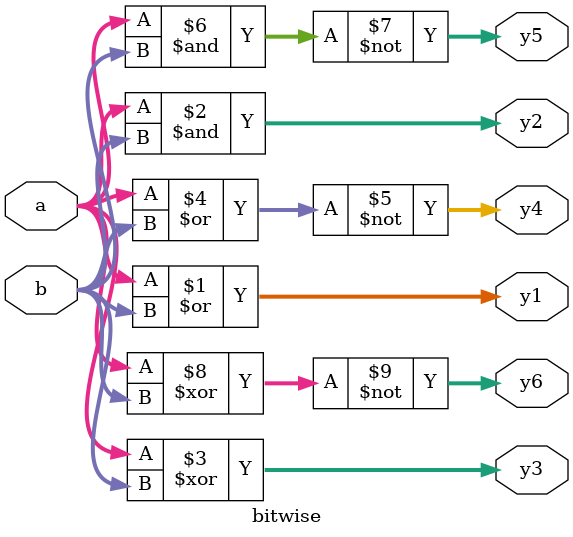
<source format=sv>
module bitwise (
	input logic [3:0] a, b,
	output logic [3:0] y1, y2, y3, y4, y5, y6
);
	// Let's do some bitwise operations
	assign y1 = a | b;
	assign y2 = a & b;
	assign y3 = a ^ b;

	/* What if we 
	* negate them?
	*/
	assign y4 = ~(a | b);
	assign y5 = ~(a & b);
	assign y6 = ~(a ^ b);
	
endmodule
</source>
